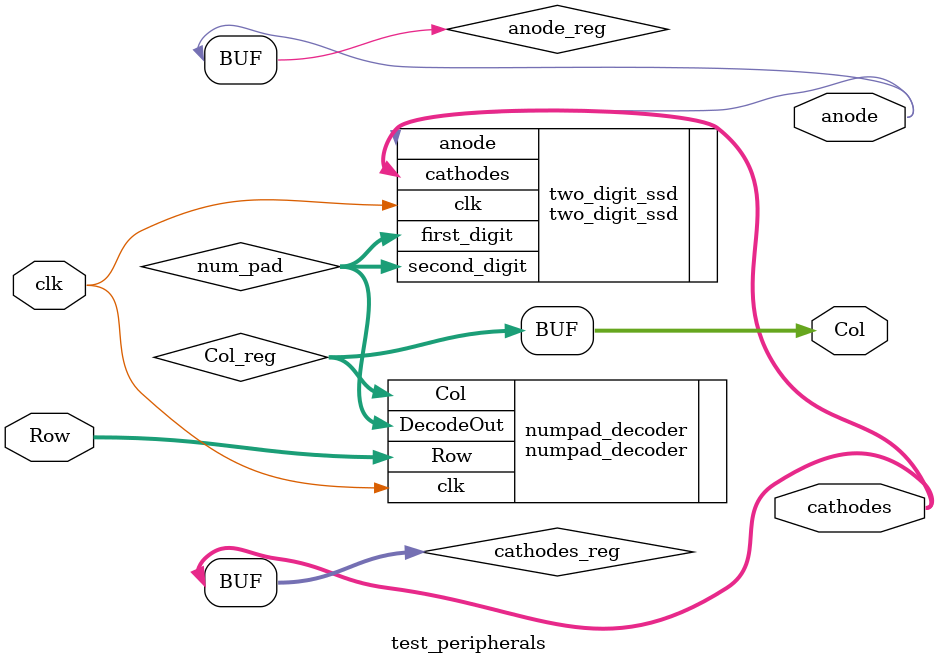
<source format=v>
`timescale 1ns / 1ps
module test_peripherals(
		input clk,
		input [3:0] Row,
		
		output [3:0] Col,
		output [6:0] cathodes,
		output anode
	);

	reg [3:0] num_pad;
	reg [3:0] Col_reg;
	reg [6:0] cathodes_reg;
	reg anode_reg;

	numpad_decoder numpad_decoder(
		.clk(clk),
		.Row(Row),
		.Col(Col_reg),
		.DecodeOut(num_pad)
	);
	
	two_digit_ssd two_digit_ssd(
		.clk(clk),
		.first_digit(num_pad),
		.second_digit(num_pad),
		.cathodes(cathodes),
		.anode(anode)
	);
	
	assign Col[3:0] = Col_reg[3:0];
	assign cathodes[6:0] = cathodes_reg[6:0];
	assign anode = anode_reg;

endmodule

</source>
